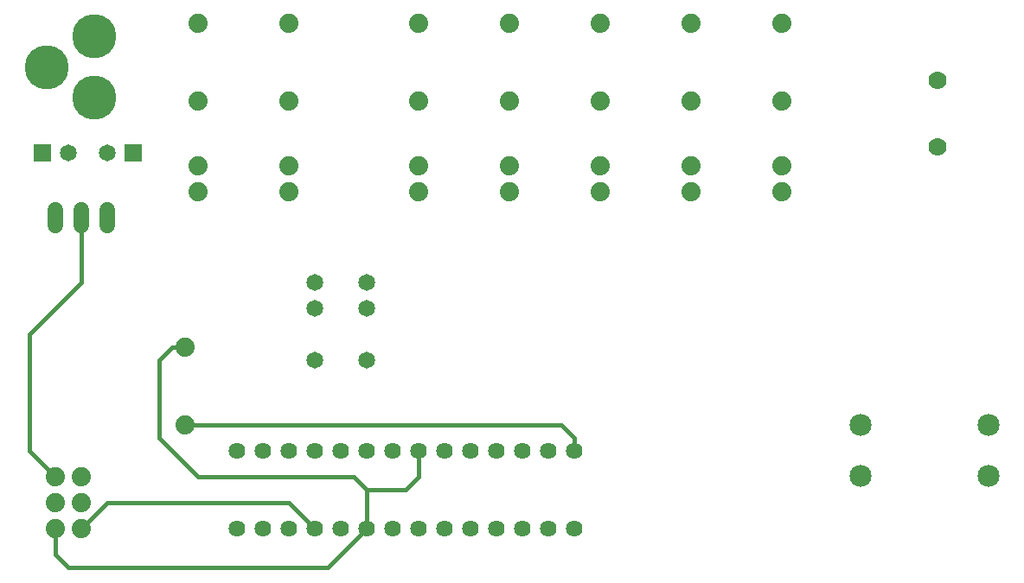
<source format=gbl>
G75*
%MOIN*%
%OFA0B0*%
%FSLAX25Y25*%
%IPPOS*%
%LPD*%
%AMOC8*
5,1,8,0,0,1.08239X$1,22.5*
%
%ADD10R,0.06500X0.06500*%
%ADD11C,0.06500*%
%ADD12C,0.07400*%
%ADD13C,0.17000*%
%ADD14C,0.07000*%
%ADD15C,0.08500*%
%ADD16C,0.06000*%
%ADD17C,0.06400*%
%ADD18C,0.01600*%
D10*
X0036079Y0176000D03*
X0070921Y0176000D03*
D11*
X0061079Y0176000D03*
X0045921Y0176000D03*
X0141000Y0126000D03*
X0141000Y0116000D03*
X0161000Y0116000D03*
X0161000Y0126000D03*
X0161000Y0096000D03*
X0141000Y0096000D03*
D12*
X0091000Y0101000D03*
X0091000Y0071000D03*
X0051000Y0051000D03*
X0051000Y0041000D03*
X0041000Y0041000D03*
X0041000Y0051000D03*
X0041000Y0031000D03*
X0051000Y0031000D03*
X0096000Y0161000D03*
X0096000Y0171000D03*
X0131000Y0171000D03*
X0131000Y0161000D03*
X0181000Y0161000D03*
X0181000Y0171000D03*
X0216000Y0171000D03*
X0216000Y0161000D03*
X0251000Y0161000D03*
X0251000Y0171000D03*
X0286000Y0171000D03*
X0286000Y0161000D03*
X0321000Y0161000D03*
X0321000Y0171000D03*
X0321000Y0196000D03*
X0286000Y0196000D03*
X0251000Y0196000D03*
X0216000Y0196000D03*
X0181000Y0196000D03*
X0181000Y0226000D03*
X0216000Y0226000D03*
X0251000Y0226000D03*
X0286000Y0226000D03*
X0321000Y0226000D03*
X0131000Y0226000D03*
X0096000Y0226000D03*
X0096000Y0196000D03*
X0131000Y0196000D03*
D13*
X0056000Y0197063D03*
X0037496Y0208874D03*
X0056000Y0220685D03*
D14*
X0381000Y0203795D03*
X0381000Y0178205D03*
D15*
X0400606Y0070843D03*
X0400606Y0051157D03*
X0351394Y0051157D03*
X0351394Y0070843D03*
D16*
X0061000Y0148000D02*
X0061000Y0154000D01*
X0051000Y0154000D02*
X0051000Y0148000D01*
X0041000Y0148000D02*
X0041000Y0154000D01*
D17*
X0111000Y0061000D03*
X0121000Y0061000D03*
X0131000Y0061000D03*
X0141000Y0061000D03*
X0151000Y0061000D03*
X0161000Y0061000D03*
X0171000Y0061000D03*
X0181000Y0061000D03*
X0191000Y0061000D03*
X0201000Y0061000D03*
X0211000Y0061000D03*
X0221000Y0061000D03*
X0231000Y0061000D03*
X0241000Y0061000D03*
X0241000Y0031000D03*
X0231000Y0031000D03*
X0221000Y0031000D03*
X0211000Y0031000D03*
X0201000Y0031000D03*
X0191000Y0031000D03*
X0181000Y0031000D03*
X0171000Y0031000D03*
X0161000Y0031000D03*
X0151000Y0031000D03*
X0141000Y0031000D03*
X0131000Y0031000D03*
X0121000Y0031000D03*
X0111000Y0031000D03*
D18*
X0046000Y0016000D02*
X0041000Y0021000D01*
X0041000Y0031000D01*
X0051000Y0031000D02*
X0061000Y0041000D01*
X0131000Y0041000D01*
X0141000Y0031000D01*
X0146000Y0016000D02*
X0161000Y0031000D01*
X0161000Y0046000D01*
X0176000Y0046000D01*
X0181000Y0051000D01*
X0181000Y0061000D01*
X0161000Y0046000D02*
X0156000Y0051000D01*
X0096000Y0051000D01*
X0081000Y0066000D01*
X0081000Y0096000D01*
X0086000Y0101000D01*
X0091000Y0101000D01*
X0051000Y0126000D02*
X0031000Y0106000D01*
X0031000Y0061000D01*
X0041000Y0051000D01*
X0091000Y0071000D02*
X0236000Y0071000D01*
X0241000Y0066000D01*
X0241000Y0061000D01*
X0146000Y0016000D02*
X0046000Y0016000D01*
X0051000Y0126000D02*
X0051000Y0151000D01*
M02*

</source>
